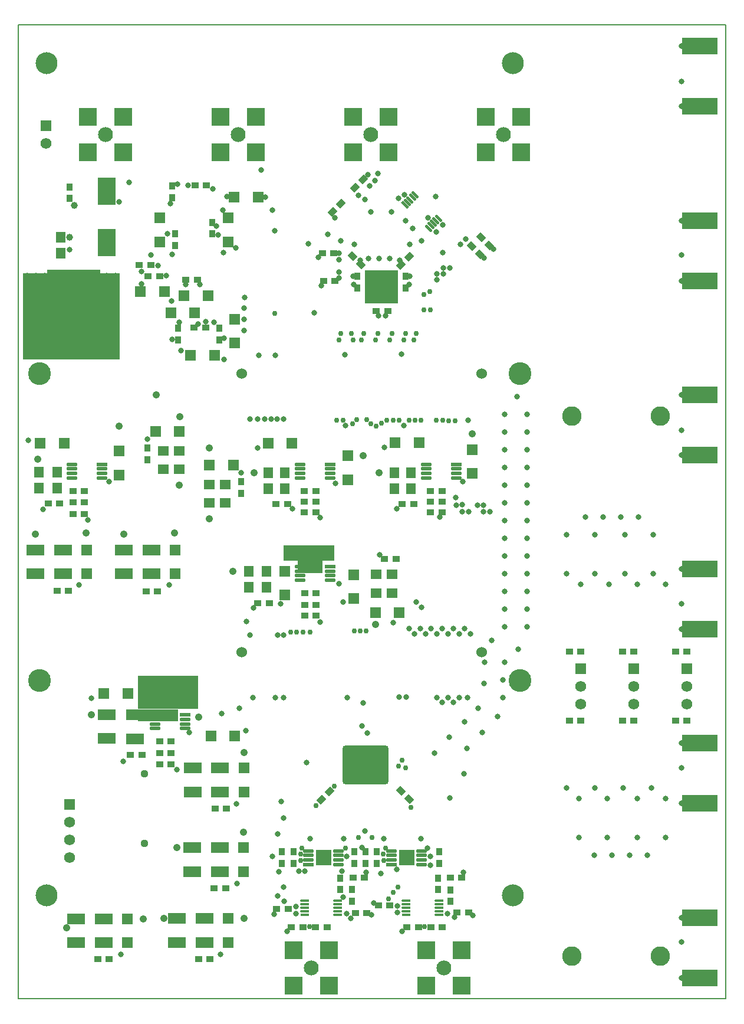
<source format=gbs>
G04 Layer_Color=16711935*
%FSLAX25Y25*%
%MOIN*%
G70*
G01*
G75*
%ADD48C,0.00800*%
%ADD57R,0.55000X0.49000*%
%ADD88C,0.06200*%
%ADD92C,0.03900*%
%ADD113R,0.22500X0.06500*%
%ADD114R,0.34000X0.19000*%
G04:AMPARAMS|DCode=115|XSize=44mil|YSize=34mil|CornerRadius=0mil|HoleSize=0mil|Usage=FLASHONLY|Rotation=225.000|XOffset=0mil|YOffset=0mil|HoleType=Round|Shape=Rectangle|*
%AMROTATEDRECTD115*
4,1,4,0.00354,0.02758,0.02758,0.00354,-0.00354,-0.02758,-0.02758,-0.00354,0.00354,0.02758,0.0*
%
%ADD115ROTATEDRECTD115*%

%ADD116R,0.06400X0.01900*%
%ADD117O,0.06400X0.01900*%
%ADD118R,0.03400X0.04400*%
%ADD119R,0.06400X0.05400*%
%ADD120R,0.06400X0.06400*%
G04:AMPARAMS|DCode=121|XSize=44mil|YSize=34mil|CornerRadius=0mil|HoleSize=0mil|Usage=FLASHONLY|Rotation=135.000|XOffset=0mil|YOffset=0mil|HoleType=Round|Shape=Rectangle|*
%AMROTATEDRECTD121*
4,1,4,0.02758,-0.00354,0.00354,-0.02758,-0.02758,0.00354,-0.00354,0.02758,0.02758,-0.00354,0.0*
%
%ADD121ROTATEDRECTD121*%

%ADD122R,0.04400X0.03400*%
%ADD124R,0.18904X0.18904*%
%ADD126R,0.06400X0.06400*%
%ADD127R,0.20400X0.09400*%
%ADD144R,0.30400X0.30400*%
%ADD146C,0.12900*%
%ADD147C,0.06000*%
%ADD148R,0.10400X0.10400*%
%ADD149C,0.08400*%
%ADD150C,0.12400*%
%ADD151R,0.06200X0.06200*%
%ADD152C,0.11000*%
G04:AMPARAMS|DCode=153|XSize=216.99mil|YSize=257.94mil|CornerRadius=12.65mil|HoleSize=0mil|Usage=FLASHONLY|Rotation=90.000|XOffset=0mil|YOffset=0mil|HoleType=Round|Shape=RoundedRectangle|*
%AMROUNDEDRECTD153*
21,1,0.21699,0.23264,0,0,90.0*
21,1,0.19169,0.25794,0,0,90.0*
1,1,0.02530,0.11632,0.09585*
1,1,0.02530,0.11632,-0.09585*
1,1,0.02530,-0.11632,-0.09585*
1,1,0.02530,-0.11632,0.09585*
%
%ADD153ROUNDEDRECTD153*%
%ADD154C,0.04400*%
%ADD155C,0.03200*%
%ADD156C,0.03000*%
%ADD157C,0.04200*%
%ADD158R,0.29000X0.08500*%
%ADD159R,0.14000X0.07200*%
%ADD160R,0.10400X0.06400*%
%ADD161O,0.05124X0.01581*%
%ADD162R,0.05124X0.01581*%
%ADD163R,0.05400X0.06400*%
G04:AMPARAMS|DCode=164|XSize=51.24mil|YSize=15.81mil|CornerRadius=0mil|HoleSize=0mil|Usage=FLASHONLY|Rotation=315.000|XOffset=0mil|YOffset=0mil|HoleType=Round|Shape=Round|*
%AMOVALD164*
21,1,0.03543,0.01581,0.00000,0.00000,315.0*
1,1,0.01581,-0.01253,0.01253*
1,1,0.01581,0.01253,-0.01253*
%
%ADD164OVALD164*%

G04:AMPARAMS|DCode=165|XSize=51.24mil|YSize=15.81mil|CornerRadius=0mil|HoleSize=0mil|Usage=FLASHONLY|Rotation=315.000|XOffset=0mil|YOffset=0mil|HoleType=Round|Shape=Rectangle|*
%AMROTATEDRECTD165*
4,1,4,-0.02371,0.01253,-0.01253,0.02371,0.02371,-0.01253,0.01253,-0.02371,-0.02371,0.01253,0.0*
%
%ADD165ROTATEDRECTD165*%

%ADD166R,0.08500X0.08500*%
%ADD167R,0.10400X0.15800*%
D48*
X0Y364950D02*
Y550000D01*
X119300D01*
X0Y-0D02*
X75300D01*
X0D02*
Y168100D01*
X75300Y-0D02*
X400000D01*
X0Y168100D02*
Y364950D01*
X119300Y550000D02*
X400000D01*
Y-0D02*
Y550000D01*
D57*
X30000Y385500D02*
D03*
D88*
X318000Y176600D02*
D03*
Y166600D02*
D03*
X348000Y176600D02*
D03*
Y166600D02*
D03*
X378000Y176600D02*
D03*
Y166600D02*
D03*
X15451Y483210D02*
D03*
X28890Y79751D02*
D03*
Y89751D02*
D03*
Y99751D02*
D03*
X205300Y402181D02*
D03*
D92*
X29000Y430200D02*
D03*
X31500Y448000D02*
D03*
D113*
X78750Y160250D02*
D03*
D114*
X84500Y173000D02*
D03*
D115*
X175993Y117073D02*
D03*
X171397Y112477D02*
D03*
X182200Y449100D02*
D03*
X177604Y444504D02*
D03*
X194800Y462800D02*
D03*
X190204Y458204D02*
D03*
X220786Y419045D02*
D03*
X216190Y414449D02*
D03*
D116*
X47400Y301900D02*
D03*
X247500D02*
D03*
X176300D02*
D03*
X94300Y160400D02*
D03*
X176300Y244200D02*
D03*
X163900Y75900D02*
D03*
X211000D02*
D03*
D117*
X47400Y299340D02*
D03*
Y296780D02*
D03*
X30400Y301900D02*
D03*
Y299340D02*
D03*
Y296780D02*
D03*
X47400Y294220D02*
D03*
X30400D02*
D03*
X247500Y299340D02*
D03*
Y296780D02*
D03*
X230500Y301900D02*
D03*
Y299340D02*
D03*
Y296780D02*
D03*
X247500Y294220D02*
D03*
X230500D02*
D03*
X176300Y299340D02*
D03*
Y296780D02*
D03*
X159300Y301900D02*
D03*
Y299340D02*
D03*
Y296780D02*
D03*
X176300Y294220D02*
D03*
X159300D02*
D03*
X94300Y157840D02*
D03*
Y155280D02*
D03*
X77300Y160400D02*
D03*
Y157840D02*
D03*
Y155280D02*
D03*
X94300Y152720D02*
D03*
X77300D02*
D03*
X176300Y241640D02*
D03*
Y239080D02*
D03*
X159300Y244200D02*
D03*
Y241640D02*
D03*
Y239080D02*
D03*
X176300Y236520D02*
D03*
X159300D02*
D03*
X180900Y83580D02*
D03*
X163900D02*
D03*
X180900Y81020D02*
D03*
Y78460D02*
D03*
Y75900D02*
D03*
X163900Y81020D02*
D03*
Y78460D02*
D03*
X228000Y83580D02*
D03*
X211000D02*
D03*
X228000Y81020D02*
D03*
Y78460D02*
D03*
Y75900D02*
D03*
X211000Y81020D02*
D03*
Y78460D02*
D03*
D118*
X88690Y425649D02*
D03*
Y432149D02*
D03*
X109590D02*
D03*
Y438649D02*
D03*
X87000Y452500D02*
D03*
Y459000D02*
D03*
X113700Y378800D02*
D03*
Y372300D02*
D03*
X90300D02*
D03*
Y378800D02*
D03*
X73000Y304500D02*
D03*
Y311000D02*
D03*
X126000Y285500D02*
D03*
Y292000D02*
D03*
X196200Y76500D02*
D03*
Y83000D02*
D03*
X237900D02*
D03*
Y76500D02*
D03*
X237200Y68200D02*
D03*
Y61700D02*
D03*
X244300Y61600D02*
D03*
Y55100D02*
D03*
X182000Y68300D02*
D03*
Y61800D02*
D03*
X188500Y61700D02*
D03*
Y55200D02*
D03*
X190000Y83000D02*
D03*
Y76500D02*
D03*
X155600Y83100D02*
D03*
Y76600D02*
D03*
X202600Y83000D02*
D03*
Y76500D02*
D03*
X149000Y76600D02*
D03*
Y83100D02*
D03*
X218910Y401551D02*
D03*
Y408051D02*
D03*
X191590Y401551D02*
D03*
Y408051D02*
D03*
X29000Y458500D02*
D03*
Y452000D02*
D03*
D119*
X202100Y229000D02*
D03*
X211100D02*
D03*
X211400Y239800D02*
D03*
X202400D02*
D03*
X91000Y309500D02*
D03*
X82000D02*
D03*
Y299000D02*
D03*
X91000D02*
D03*
X108000Y290500D02*
D03*
X117000D02*
D03*
Y280000D02*
D03*
X108000D02*
D03*
D120*
X99700Y387400D02*
D03*
X86200D02*
D03*
X110900Y363500D02*
D03*
X97400D02*
D03*
X215400Y218100D02*
D03*
X201900D02*
D03*
X12400Y313900D02*
D03*
X25900D02*
D03*
X135487Y452721D02*
D03*
X121987D02*
D03*
X77500Y320500D02*
D03*
X91000D02*
D03*
X121500Y301500D02*
D03*
X108000D02*
D03*
X141100Y313720D02*
D03*
X154600D02*
D03*
X213000Y314220D02*
D03*
X226500D02*
D03*
X48300Y172400D02*
D03*
X61800D02*
D03*
X122300Y148600D02*
D03*
X108800D02*
D03*
X69000Y399500D02*
D03*
X82500D02*
D03*
X107200Y397300D02*
D03*
X93700D02*
D03*
D121*
X256390Y425249D02*
D03*
X260986Y420653D02*
D03*
X261610Y430251D02*
D03*
X266206Y425655D02*
D03*
X216173Y117507D02*
D03*
X220769Y112911D02*
D03*
X193447Y414794D02*
D03*
X188851Y419390D02*
D03*
D122*
X21900Y230610D02*
D03*
X28400D02*
D03*
X72200Y230249D02*
D03*
X78700D02*
D03*
X247993Y48973D02*
D03*
X254493D02*
D03*
X210007Y52827D02*
D03*
X203507D02*
D03*
X190493Y48373D02*
D03*
X196993D02*
D03*
X152507Y50727D02*
D03*
X146007D02*
D03*
X99300Y379000D02*
D03*
X105800D02*
D03*
X79900Y408100D02*
D03*
X73400D02*
D03*
X106400Y459500D02*
D03*
X99900D02*
D03*
X74900Y414500D02*
D03*
X68400D02*
D03*
X213500Y248500D02*
D03*
X207000D02*
D03*
X30900Y280400D02*
D03*
X37400D02*
D03*
Y273900D02*
D03*
X30900D02*
D03*
X23400Y279800D02*
D03*
X16900D02*
D03*
X37400Y286900D02*
D03*
X30900D02*
D03*
X239500Y274720D02*
D03*
X233000D02*
D03*
X239500Y286720D02*
D03*
X233000D02*
D03*
Y280720D02*
D03*
X239500D02*
D03*
X110600Y62600D02*
D03*
X117100D02*
D03*
X44800Y22500D02*
D03*
X51300D02*
D03*
X101900Y22600D02*
D03*
X108400D02*
D03*
X111100Y107600D02*
D03*
X117600D02*
D03*
X161600Y280720D02*
D03*
X168100D02*
D03*
Y286720D02*
D03*
X161600D02*
D03*
X168100Y274720D02*
D03*
X161600D02*
D03*
X145600Y279520D02*
D03*
X152100D02*
D03*
X223500Y279620D02*
D03*
X217000D02*
D03*
X86300Y145400D02*
D03*
X79800D02*
D03*
Y138900D02*
D03*
X86300D02*
D03*
X69800Y137800D02*
D03*
X63300D02*
D03*
X86300Y132400D02*
D03*
X79800D02*
D03*
X141900Y223620D02*
D03*
X135400D02*
D03*
X168400Y229120D02*
D03*
X161900D02*
D03*
Y222620D02*
D03*
X168400D02*
D03*
X226100Y40600D02*
D03*
X219600D02*
D03*
X244100Y68500D02*
D03*
X250600D02*
D03*
X239700Y40600D02*
D03*
X233200D02*
D03*
X189100Y68600D02*
D03*
X195600D02*
D03*
X174500Y40600D02*
D03*
X168000D02*
D03*
X160900D02*
D03*
X154400D02*
D03*
X208749Y388510D02*
D03*
X202249D02*
D03*
X172551Y405390D02*
D03*
X179051D02*
D03*
X171751Y421190D02*
D03*
X178251D02*
D03*
X94700Y406300D02*
D03*
X101200D02*
D03*
X341500Y157000D02*
D03*
X348000D02*
D03*
X341500Y196000D02*
D03*
X348000D02*
D03*
X311500Y157000D02*
D03*
X318000D02*
D03*
X311500Y196000D02*
D03*
X318000D02*
D03*
X161751Y216390D02*
D03*
X168251D02*
D03*
X371500Y196000D02*
D03*
X378000D02*
D03*
X371500Y157000D02*
D03*
X378000D02*
D03*
D124*
X205300Y402181D02*
D03*
D126*
X38700Y240110D02*
D03*
Y253610D02*
D03*
X88700D02*
D03*
Y240110D02*
D03*
X118600Y441100D02*
D03*
Y427600D02*
D03*
X79800D02*
D03*
Y441100D02*
D03*
X122300Y383900D02*
D03*
Y370400D02*
D03*
X56900Y295900D02*
D03*
Y309400D02*
D03*
X256500Y296720D02*
D03*
Y310220D02*
D03*
X127400Y71900D02*
D03*
Y85400D02*
D03*
X61600Y31800D02*
D03*
Y45300D02*
D03*
X118700Y45400D02*
D03*
Y31900D02*
D03*
X127500Y116900D02*
D03*
Y130400D02*
D03*
X186100Y293220D02*
D03*
Y306720D02*
D03*
X189500Y226020D02*
D03*
Y239520D02*
D03*
X150500Y228020D02*
D03*
Y241520D02*
D03*
D127*
X385200Y45900D02*
D03*
Y11900D02*
D03*
Y144400D02*
D03*
Y110400D02*
D03*
Y242800D02*
D03*
Y208800D02*
D03*
Y341200D02*
D03*
Y307200D02*
D03*
Y439600D02*
D03*
Y405600D02*
D03*
Y538100D02*
D03*
Y504100D02*
D03*
D144*
X31400Y396700D02*
D03*
D146*
X11811Y353139D02*
D03*
X283465D02*
D03*
Y179911D02*
D03*
X11811D02*
D03*
D147*
X126150Y195750D02*
D03*
X261900D02*
D03*
X126150Y353250D02*
D03*
X261900D02*
D03*
D148*
X114200Y478000D02*
D03*
Y498000D02*
D03*
X134200D02*
D03*
Y478000D02*
D03*
X264200Y478200D02*
D03*
Y498200D02*
D03*
X284200D02*
D03*
Y478200D02*
D03*
X189200D02*
D03*
Y498200D02*
D03*
X209200D02*
D03*
Y478200D02*
D03*
X39200Y478000D02*
D03*
Y498000D02*
D03*
X59200D02*
D03*
Y478000D02*
D03*
X155500Y7400D02*
D03*
Y27400D02*
D03*
X175500D02*
D03*
Y7400D02*
D03*
X230500D02*
D03*
Y27400D02*
D03*
X250500D02*
D03*
Y7400D02*
D03*
D149*
X124200Y488000D02*
D03*
X274200Y488200D02*
D03*
X199200D02*
D03*
X49200Y488000D02*
D03*
X165500Y17400D02*
D03*
X240500D02*
D03*
D150*
X279500Y528500D02*
D03*
Y58500D02*
D03*
X16000D02*
D03*
Y528500D02*
D03*
D151*
X318000Y186600D02*
D03*
X348000D02*
D03*
X378000D02*
D03*
X15451Y493210D02*
D03*
X28890Y109751D02*
D03*
D152*
X313000Y24000D02*
D03*
X363000D02*
D03*
X313000Y329000D02*
D03*
X363000D02*
D03*
D153*
X196100Y132300D02*
D03*
D154*
X71366Y127063D02*
D03*
Y87693D02*
D03*
D155*
X115000Y161000D02*
D03*
X125000Y164000D02*
D03*
X129000Y213000D02*
D03*
X214000Y73000D02*
D03*
X183000Y72000D02*
D03*
X162000D02*
D03*
X233000Y75500D02*
D03*
X231152Y85076D02*
D03*
X235160Y138803D02*
D03*
X243945Y113587D02*
D03*
X251945Y127087D02*
D03*
X263500Y190000D02*
D03*
X263200Y178000D02*
D03*
X243716Y147716D02*
D03*
X253640Y141607D02*
D03*
X262196Y150520D02*
D03*
X274000Y170000D02*
D03*
Y180000D02*
D03*
X270751Y159433D02*
D03*
X259771Y164129D02*
D03*
X252271Y156629D02*
D03*
X282000Y340000D02*
D03*
X267500Y202500D02*
D03*
X275000Y330000D02*
D03*
Y320000D02*
D03*
Y280000D02*
D03*
Y290000D02*
D03*
Y300000D02*
D03*
Y310000D02*
D03*
Y270000D02*
D03*
Y260000D02*
D03*
Y250000D02*
D03*
Y240000D02*
D03*
Y230000D02*
D03*
Y220000D02*
D03*
Y210000D02*
D03*
Y190000D02*
D03*
X282500Y197500D02*
D03*
X287500Y220000D02*
D03*
Y210000D02*
D03*
Y270000D02*
D03*
Y260000D02*
D03*
Y250000D02*
D03*
Y240000D02*
D03*
Y230000D02*
D03*
Y280000D02*
D03*
Y290000D02*
D03*
Y300000D02*
D03*
Y310000D02*
D03*
Y320000D02*
D03*
Y330000D02*
D03*
X183500Y224000D02*
D03*
X194200Y85500D02*
D03*
X156500Y254300D02*
D03*
X161500D02*
D03*
X166500D02*
D03*
X171500D02*
D03*
X156500Y249300D02*
D03*
X161500D02*
D03*
X166500D02*
D03*
X171500D02*
D03*
X151500D02*
D03*
Y254300D02*
D03*
X170000Y244300D02*
D03*
X165000D02*
D03*
X160000D02*
D03*
X126000Y297000D02*
D03*
X73000Y316000D02*
D03*
X89500Y129500D02*
D03*
X78000Y160500D02*
D03*
X83000D02*
D03*
X88000D02*
D03*
X69500Y180500D02*
D03*
Y175500D02*
D03*
Y170500D02*
D03*
Y165500D02*
D03*
X99500D02*
D03*
X94500D02*
D03*
X89500D02*
D03*
X84500D02*
D03*
X79500D02*
D03*
X74500D02*
D03*
X99500Y170500D02*
D03*
X94500D02*
D03*
X89500D02*
D03*
X84500D02*
D03*
X79500D02*
D03*
X74500D02*
D03*
X99500Y175500D02*
D03*
X94500D02*
D03*
X89500D02*
D03*
X84500D02*
D03*
X79500D02*
D03*
X74500D02*
D03*
X99500Y180500D02*
D03*
X94500D02*
D03*
X89500D02*
D03*
X84500D02*
D03*
X79500D02*
D03*
X74500D02*
D03*
X96457Y150563D02*
D03*
X246500Y46000D02*
D03*
X188000Y45500D02*
D03*
X257000Y47000D02*
D03*
X144507Y47727D02*
D03*
X199493Y47373D02*
D03*
X201000Y54000D02*
D03*
X158500Y72000D02*
D03*
X204927Y70993D02*
D03*
X263280Y418498D02*
D03*
X268500Y423500D02*
D03*
X251500Y71400D02*
D03*
X151800Y38000D02*
D03*
X217000D02*
D03*
X196500Y71500D02*
D03*
X185714Y80504D02*
D03*
X227600Y90500D02*
D03*
X206600D02*
D03*
X164800Y90400D02*
D03*
X184000Y90500D02*
D03*
X163008Y133500D02*
D03*
X148500Y111611D02*
D03*
X5000Y363500D02*
D03*
X10000D02*
D03*
X15000D02*
D03*
X20000D02*
D03*
X25000D02*
D03*
X30000D02*
D03*
X35000D02*
D03*
X40000D02*
D03*
X45000D02*
D03*
X50000D02*
D03*
X55000D02*
D03*
X5000Y368500D02*
D03*
X10000D02*
D03*
X15000D02*
D03*
X20000D02*
D03*
X25000D02*
D03*
X30000D02*
D03*
X35000D02*
D03*
X40000D02*
D03*
X45000D02*
D03*
X50000D02*
D03*
X55000D02*
D03*
X5000Y373500D02*
D03*
X10000D02*
D03*
X15000D02*
D03*
X20000D02*
D03*
X25000D02*
D03*
X30000D02*
D03*
X35000D02*
D03*
X40000D02*
D03*
X45000D02*
D03*
X50000D02*
D03*
X55000D02*
D03*
X5000Y378500D02*
D03*
X10000D02*
D03*
X15000D02*
D03*
X20000D02*
D03*
X25000D02*
D03*
X30000D02*
D03*
X35000D02*
D03*
X40000D02*
D03*
X45000D02*
D03*
X50000D02*
D03*
X55000D02*
D03*
X5000Y383500D02*
D03*
X10000D02*
D03*
X15000D02*
D03*
X20000D02*
D03*
X25000D02*
D03*
X30000D02*
D03*
X35000D02*
D03*
X40000D02*
D03*
X45000D02*
D03*
X50000D02*
D03*
X55000D02*
D03*
X5000Y388500D02*
D03*
X10000D02*
D03*
X15000D02*
D03*
X20000D02*
D03*
X25000D02*
D03*
X30000D02*
D03*
X35000D02*
D03*
X40000D02*
D03*
X45000D02*
D03*
X50000D02*
D03*
X55000D02*
D03*
X5000Y393500D02*
D03*
X10000D02*
D03*
X15000D02*
D03*
X20000D02*
D03*
X25000D02*
D03*
X30000D02*
D03*
X35000D02*
D03*
X40000D02*
D03*
X45000D02*
D03*
X50000D02*
D03*
X55000D02*
D03*
X5000Y398500D02*
D03*
X10000D02*
D03*
X15000D02*
D03*
X20000D02*
D03*
X25000D02*
D03*
X30000D02*
D03*
X35000D02*
D03*
X40000D02*
D03*
X45000D02*
D03*
X50000D02*
D03*
X55000D02*
D03*
X5000Y403500D02*
D03*
X10000D02*
D03*
X15000D02*
D03*
X20000D02*
D03*
X25000D02*
D03*
X30000D02*
D03*
X35000D02*
D03*
X40000D02*
D03*
X45000D02*
D03*
X50000D02*
D03*
X55000D02*
D03*
Y408500D02*
D03*
X50000D02*
D03*
X45000D02*
D03*
X40000D02*
D03*
X35000D02*
D03*
X30000D02*
D03*
X25000D02*
D03*
X20000D02*
D03*
X15000D02*
D03*
X10000D02*
D03*
X5000D02*
D03*
X69700Y410900D02*
D03*
X102600Y403600D02*
D03*
X94700D02*
D03*
X79000Y414000D02*
D03*
X83500Y408500D02*
D03*
X123000Y424000D02*
D03*
X84349Y432149D02*
D03*
X115500Y445500D02*
D03*
X87000Y420500D02*
D03*
X91000Y382000D02*
D03*
X106000Y382500D02*
D03*
X101500Y381000D02*
D03*
X92000Y366000D02*
D03*
X96000Y459500D02*
D03*
X90000Y460000D02*
D03*
X75000Y420000D02*
D03*
X218000Y323800D02*
D03*
X185000D02*
D03*
X87000Y372500D02*
D03*
X86500Y394000D02*
D03*
X57000Y450000D02*
D03*
X62500Y461000D02*
D03*
X139500Y452931D02*
D03*
X118000Y453000D02*
D03*
X112000Y436500D02*
D03*
X116000Y421500D02*
D03*
X113000Y431500D02*
D03*
X110000Y457500D02*
D03*
X86000Y449000D02*
D03*
X116400Y373000D02*
D03*
X110500Y382000D02*
D03*
X194200Y154100D02*
D03*
X197600Y465600D02*
D03*
X178825Y441020D02*
D03*
X235900Y453300D02*
D03*
X231622Y441231D02*
D03*
X218112Y454256D02*
D03*
X214800Y452100D02*
D03*
X163796Y426496D02*
D03*
X196000Y451400D02*
D03*
X192388Y453956D02*
D03*
X167326Y387457D02*
D03*
X197100Y150000D02*
D03*
X157019Y52157D02*
D03*
Y48256D02*
D03*
X219000Y439462D02*
D03*
X236100Y433000D02*
D03*
X240000Y437200D02*
D03*
X195974Y94974D02*
D03*
X232852Y80600D02*
D03*
X185448Y48084D02*
D03*
X214379Y48784D02*
D03*
Y52385D02*
D03*
X242707Y48184D02*
D03*
X127734Y390166D02*
D03*
Y383834D02*
D03*
Y377603D02*
D03*
X127949Y396297D02*
D03*
X181300Y417500D02*
D03*
Y410500D02*
D03*
X193300Y417000D02*
D03*
X197988Y418000D02*
D03*
X203894D02*
D03*
X189673Y403510D02*
D03*
X189173Y408000D02*
D03*
X221300D02*
D03*
X220800Y403510D02*
D03*
X212900Y409800D02*
D03*
X197700D02*
D03*
X203100D02*
D03*
X208000D02*
D03*
X209799Y418000D02*
D03*
X215705Y417000D02*
D03*
X189800Y426000D02*
D03*
X221173D02*
D03*
X199300Y444500D02*
D03*
X210800D02*
D03*
X227900Y428000D02*
D03*
X182200Y428008D02*
D03*
X181300Y407000D02*
D03*
Y421058D02*
D03*
X207482Y385754D02*
D03*
X240004Y421596D02*
D03*
X203600Y385800D02*
D03*
X169700Y418700D02*
D03*
X171349Y402810D02*
D03*
X194900Y167200D02*
D03*
X150000Y102000D02*
D03*
X69700Y403800D02*
D03*
X174800Y431900D02*
D03*
X137200Y468000D02*
D03*
X116100Y361000D02*
D03*
X154800Y276700D02*
D03*
X179320Y291200D02*
D03*
X206900Y311400D02*
D03*
X251300Y292000D02*
D03*
X213800Y276700D02*
D03*
X238100Y272180D02*
D03*
X170600Y271700D02*
D03*
X204400Y250700D02*
D03*
X181100Y234500D02*
D03*
X212000Y212500D02*
D03*
X132800Y220900D02*
D03*
X148100Y223100D02*
D03*
X170700Y212900D02*
D03*
X85100Y233900D02*
D03*
X34200Y233700D02*
D03*
X39400Y270600D02*
D03*
X13800Y276500D02*
D03*
X51200Y292000D02*
D03*
X5600Y315500D02*
D03*
X41100Y169900D02*
D03*
X59100Y134100D02*
D03*
X128500Y151600D02*
D03*
X123100Y110200D02*
D03*
X123700Y65100D02*
D03*
X114300Y25100D02*
D03*
X57900D02*
D03*
X184700Y363800D02*
D03*
X216500Y364000D02*
D03*
X135300Y311140D02*
D03*
X149850Y327600D02*
D03*
X130950D02*
D03*
X254100Y326800D02*
D03*
X130950Y205400D02*
D03*
X150050D02*
D03*
X149850Y170100D02*
D03*
X185900D02*
D03*
X219200Y170500D02*
D03*
X253950Y170100D02*
D03*
X176500Y249300D02*
D03*
Y254300D02*
D03*
X191100Y141500D02*
D03*
X196100D02*
D03*
X201100D02*
D03*
X206100D02*
D03*
X186100D02*
D03*
Y123100D02*
D03*
X206100D02*
D03*
X201100D02*
D03*
X196100D02*
D03*
X191100D02*
D03*
X186100Y127100D02*
D03*
X206100D02*
D03*
X201100D02*
D03*
X196100D02*
D03*
X191100D02*
D03*
Y137500D02*
D03*
X196100D02*
D03*
X201100D02*
D03*
X206100D02*
D03*
X186100D02*
D03*
X191100Y132300D02*
D03*
X186100D02*
D03*
X201100D02*
D03*
X206100D02*
D03*
X208000Y394562D02*
D03*
X203100D02*
D03*
X197700D02*
D03*
X212900D02*
D03*
Y404900D02*
D03*
Y400000D02*
D03*
X197700Y404900D02*
D03*
Y400000D02*
D03*
X223000Y435100D02*
D03*
X249800Y426100D02*
D03*
X143500Y445500D02*
D03*
X145000Y433820D02*
D03*
X147400Y71900D02*
D03*
X146700Y93300D02*
D03*
X143500Y80500D02*
D03*
X146300Y327500D02*
D03*
X142750D02*
D03*
X139200D02*
D03*
X135300D02*
D03*
X135750Y363400D02*
D03*
X145200D02*
D03*
X132500Y170200D02*
D03*
X145200D02*
D03*
X146600Y205400D02*
D03*
X150000Y63000D02*
D03*
X146571Y58100D02*
D03*
X150200Y55103D02*
D03*
X183500Y57500D02*
D03*
X236500Y170000D02*
D03*
X242800D02*
D03*
X239650Y167500D02*
D03*
X245950D02*
D03*
X259500Y278900D02*
D03*
X253000Y429100D02*
D03*
X263074Y278850D02*
D03*
X198500Y459000D02*
D03*
X262913Y275175D02*
D03*
X201600Y462100D02*
D03*
X266470Y275130D02*
D03*
X203200Y466000D02*
D03*
X251050Y279000D02*
D03*
X240225Y409413D02*
D03*
X247450Y278900D02*
D03*
X236550Y409574D02*
D03*
X247200Y283000D02*
D03*
X236500Y406000D02*
D03*
X250950Y275130D02*
D03*
X240270Y412970D02*
D03*
X254600Y275130D02*
D03*
X243945Y412809D02*
D03*
X375000Y538100D02*
D03*
Y504100D02*
D03*
Y439600D02*
D03*
Y405600D02*
D03*
Y341200D02*
D03*
Y307200D02*
D03*
Y242800D02*
D03*
Y208800D02*
D03*
Y144400D02*
D03*
Y110400D02*
D03*
Y45900D02*
D03*
Y11900D02*
D03*
X355500Y81000D02*
D03*
X345500D02*
D03*
X335500D02*
D03*
X325500D02*
D03*
X317000Y113000D02*
D03*
X333000D02*
D03*
X350000D02*
D03*
X366000D02*
D03*
X317000Y91000D02*
D03*
X333000D02*
D03*
X350000D02*
D03*
X366000D02*
D03*
X350500Y272000D02*
D03*
X340500D02*
D03*
X330500D02*
D03*
X320500D02*
D03*
X359000Y240000D02*
D03*
X343000D02*
D03*
X326000D02*
D03*
X310000D02*
D03*
X359000Y262000D02*
D03*
X343000D02*
D03*
X326000D02*
D03*
X310000D02*
D03*
X249150Y170000D02*
D03*
X310000Y119000D02*
D03*
X326000D02*
D03*
X342000D02*
D03*
X358000D02*
D03*
X375000Y32000D02*
D03*
Y130500D02*
D03*
X215200Y170500D02*
D03*
X255450Y206000D02*
D03*
X252300Y209000D02*
D03*
X249150Y206000D02*
D03*
X245950Y209000D02*
D03*
X242863Y206000D02*
D03*
X239700Y209000D02*
D03*
X236550Y206000D02*
D03*
X318000Y234000D02*
D03*
X334000D02*
D03*
X350000D02*
D03*
X366000D02*
D03*
X230250Y206000D02*
D03*
X227100Y209000D02*
D03*
X224000Y206000D02*
D03*
X220800Y209000D02*
D03*
X233400D02*
D03*
X228000Y221000D02*
D03*
X225000Y224000D02*
D03*
X375000Y223000D02*
D03*
Y420000D02*
D03*
Y518000D02*
D03*
Y321000D02*
D03*
X29000Y423000D02*
D03*
D156*
X216800Y134700D02*
D03*
X215000Y131500D02*
D03*
X219000Y130500D02*
D03*
X190030Y207666D02*
D03*
X193365D02*
D03*
X196700D02*
D03*
X188143Y375900D02*
D03*
X189343Y372200D02*
D03*
X223696D02*
D03*
X224896Y375900D02*
D03*
X224100Y326750D02*
D03*
X227600D02*
D03*
X220754D02*
D03*
X215200D02*
D03*
X208350D02*
D03*
X211850D02*
D03*
X209885Y372200D02*
D03*
X211085Y375900D02*
D03*
X188798Y324727D02*
D03*
X178416Y120000D02*
D03*
X160358Y85176D02*
D03*
X184800D02*
D03*
X192200Y91200D02*
D03*
X206524Y78256D02*
D03*
X207524Y85076D02*
D03*
X206200Y81800D02*
D03*
X145000Y387200D02*
D03*
X168300Y109300D02*
D03*
X221800Y108000D02*
D03*
X159600Y81800D02*
D03*
X164502Y40695D02*
D03*
X229673D02*
D03*
X229400Y389100D02*
D03*
X233000D02*
D03*
X236400Y326750D02*
D03*
X239900D02*
D03*
X243300Y326589D02*
D03*
X229200Y397738D02*
D03*
X232700Y399538D02*
D03*
X246800Y326589D02*
D03*
X191273Y327202D02*
D03*
X202011Y372200D02*
D03*
X202377Y323400D02*
D03*
X205277Y325100D02*
D03*
X203211Y375900D02*
D03*
X195337D02*
D03*
X196800Y327200D02*
D03*
X194060Y372198D02*
D03*
X199352Y324927D02*
D03*
X217759Y372200D02*
D03*
X218959Y375900D02*
D03*
X199748Y91200D02*
D03*
X159600Y78256D02*
D03*
X214600Y63100D02*
D03*
X164995Y207100D02*
D03*
X160900D02*
D03*
X212000Y60100D02*
D03*
X157400Y207100D02*
D03*
X209300Y56600D02*
D03*
X153900Y207100D02*
D03*
X183500Y326750D02*
D03*
X182300Y375900D02*
D03*
X180000Y326750D02*
D03*
X181100Y372200D02*
D03*
D157*
X102000Y159000D02*
D03*
X56900Y323400D02*
D03*
X108000Y311000D02*
D03*
X91100Y328700D02*
D03*
X127500Y139300D02*
D03*
X88200Y263110D02*
D03*
X38200D02*
D03*
X127400Y94300D02*
D03*
X70500Y45300D02*
D03*
X127600Y45400D02*
D03*
X201900Y211600D02*
D03*
X195000Y306720D02*
D03*
X256500Y319120D02*
D03*
X41100Y160500D02*
D03*
X121200Y241520D02*
D03*
X9700Y262510D02*
D03*
X59700D02*
D03*
X133100Y297000D02*
D03*
X108000Y271100D02*
D03*
X91000Y290100D02*
D03*
X203800Y297320D02*
D03*
X11000Y304900D02*
D03*
X89500Y85400D02*
D03*
X27400Y40000D02*
D03*
X82400Y45500D02*
D03*
X78000Y341000D02*
D03*
D158*
X164300Y251850D02*
D03*
D159*
X164800Y244300D02*
D03*
D160*
X25200Y240110D02*
D03*
Y253610D02*
D03*
X9700D02*
D03*
Y240110D02*
D03*
X75200D02*
D03*
Y253610D02*
D03*
X59700D02*
D03*
Y240110D02*
D03*
X114000Y116900D02*
D03*
Y130400D02*
D03*
X98500D02*
D03*
Y116900D02*
D03*
X105200Y31900D02*
D03*
Y45400D02*
D03*
X89700D02*
D03*
Y31900D02*
D03*
X48100Y31800D02*
D03*
Y45300D02*
D03*
X32600D02*
D03*
Y31800D02*
D03*
X113900Y71900D02*
D03*
Y85400D02*
D03*
X98400D02*
D03*
Y71900D02*
D03*
X65800Y146900D02*
D03*
Y160400D02*
D03*
X50000Y160500D02*
D03*
Y147000D02*
D03*
D161*
X180600Y49569D02*
D03*
X161900Y53506D02*
D03*
Y49569D02*
D03*
Y51537D02*
D03*
X180600D02*
D03*
Y47600D02*
D03*
Y53506D02*
D03*
Y55506D02*
D03*
X161900D02*
D03*
X219100D02*
D03*
X237800D02*
D03*
Y53506D02*
D03*
Y47600D02*
D03*
Y51537D02*
D03*
X219100D02*
D03*
Y49569D02*
D03*
Y53506D02*
D03*
X237800Y49569D02*
D03*
D162*
X161900Y47600D02*
D03*
X219100D02*
D03*
D163*
X21900Y297500D02*
D03*
Y288500D02*
D03*
X11600D02*
D03*
Y297500D02*
D03*
X23800Y421200D02*
D03*
Y430200D02*
D03*
X150600Y297220D02*
D03*
Y288220D02*
D03*
X141300Y288320D02*
D03*
Y297320D02*
D03*
X222000Y297220D02*
D03*
Y288220D02*
D03*
X212700Y288320D02*
D03*
Y297320D02*
D03*
X140400Y241520D02*
D03*
Y232520D02*
D03*
X130100D02*
D03*
Y241520D02*
D03*
D164*
X233215Y436669D02*
D03*
X222776Y452676D02*
D03*
X219992Y449892D02*
D03*
X221384Y451284D02*
D03*
X234607Y438061D02*
D03*
X231823Y435277D02*
D03*
X235999Y439453D02*
D03*
X237413Y440867D02*
D03*
X224190Y454090D02*
D03*
D165*
X218600Y448500D02*
D03*
D166*
X172456Y79785D02*
D03*
X219565D02*
D03*
D167*
X50000Y427000D02*
D03*
Y456000D02*
D03*
M02*

</source>
